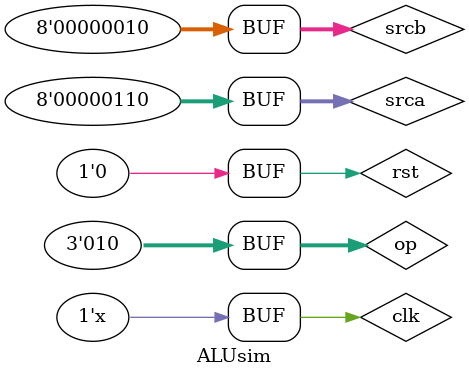
<source format=v>
`timescale 1ns / 1ps

/*
module decoderSim();
   reg [3:0]   In;
   wire [15:0] Out; 
   reg EN;
   
   Decoder4_16  uut(In,Out,EN);
   initial begin
        In = 4'd0; EN = 1; #50;
        In = 4'd1; EN = 0; #50;
        In = 4'd2; EN = 1; #50;
        In = 4'd3; EN = 0; #50;
        In = 4'd4; EN = 1; #50;
        In = 4'd5; EN = 0; #50;
        In = 4'd6; EN = 1; #50;
        In = 4'd7; EN = 0; #50;
        In = 4'd8; EN = 1; #50;
        In = 4'd9; EN = 0; #50;
        In = 4'd10; EN = 1; #50;
        In = 4'd11; EN = 0; #50;
        In = 4'd12; EN = 1; #50;
        In = 4'd13; EN = 0; #50;
        In = 4'd14; EN = 1; #50;
        In = 4'd15; EN = 0; #50;
   end
endmodule

module Register1Sim();
    reg linesel;
    reg clk;
    reg rst;
    reg [15:0] in;
    wire [15:0] stored;
    
    Register_16bit  uut(linesel,clk,rst,in,stored);
   
    always #10 clk = ~clk;

   
    initial begin
        clk = 0;
        linesel = 1; rst = 0; in = 16'd12; #50;
        linesel = 0; rst = 0; in = 16'd12; #50;
        linesel = 1; rst = 1; in = 16'd70; #50;
        linesel = 1; rst = 1; in = 16'd40; #50;
        linesel = 0; rst = 0; in = 16'd70; #50;
    end
endmodule
*/
/*
module RegisterPart2Sim();
    reg [3:0] selA;
    reg [3:0] selB;
    reg [3:0] selWrite;
    reg [15:0] dataIn;
    reg reset;
    reg writeEn;
    reg clk;
    wire [15:0] dataA;
    wire [15:0] dataB;
    
    Register_Part2  uut(selA, selB, selWrite, dataIn, reset, writeEn, clk, dataA, dataB);
   
    always #5 clk = ~clk;

   
    initial begin
        clk = 0;
        selA = 4'd0; selB = 4'd1; selWrite = 4'd1; dataIn = 16'd24; reset = 0; writeEn = 1; #50;
        selA = 4'd0; selB = 4'd1; selWrite = 4'd0; dataIn = 16'd34; reset = 1; writeEn = 1; #50;
        
        selA = 4'd0; selB = 4'd1; selWrite = 4'd1; dataIn = 16'd1; reset = 1; writeEn = 0; #50;
        selA = 4'd0; selB = 4'd1; selWrite = 4'd0; dataIn = 16'd1; reset = 1; writeEn = 0; #50; 
               
        selA = 4'd3; selB = 4'd4; selWrite = 4'd3; dataIn = 16'd17; reset = 1; writeEn = 1; #50;
        selA = 4'd4; selB = 4'd3; selWrite = 4'd4; dataIn = 16'd24; reset = 1; writeEn = 1; #50;
        
        selA = 4'd3; selB = 4'd4; selWrite = 4'd3; dataIn = 16'd17; reset = 1; writeEn = 0; #50;
        selA = 4'd3; selB = 4'd4; selWrite = 4'd4; dataIn = 16'd17; reset = 1; writeEn = 1; #50;
        selA = 4'd4; selB = 4'd3; selWrite = 4'd4; dataIn = 16'd24; reset = 1; writeEn = 0; #50;
        
        selA = 4'd3; selB = 4'd1; selWrite = 4'd1; dataIn = 16'd24; reset = 0; writeEn = 1; #50;
    end
endmodule
*/
module ALUsim();
reg [2:0] op; 
reg [7:0] srca;
reg [7:0] srcb;
reg clk;
reg rst;
wire [7:0] dst;
wire zflag;
ALU      uut(op,srca,srcb,clk,rst,dst,zflag);

always #5 clk = ~clk;

initial begin
    clk = 0;
    op=3'b000; srca=8'd3; srcb=8'd2; rst=0; #50;
    op=3'b001; srca=8'd4; srcb=8'd5; rst=1; #50;
    op=3'b010; srca=8'd1; srcb=8'd2; rst=1; #50;
    op=3'b011; srca=8'd3; srcb=8'd3; rst=1; #50;
    op=3'b100; srca=8'd5; srcb=8'd6; rst=1; #50;
    op=3'b101; srca=8'd1; srcb=8'd3; rst=1; #50;
    op=3'b110; srca=8'd5; srcb=8'd4; rst=1; #50;
    op=3'b111; srca=8'd1; srcb=8'd2; rst=1; #50;
    op=3'b010; srca=8'd6; srcb=8'd2; rst=0; #50;
end
endmodule



</source>
